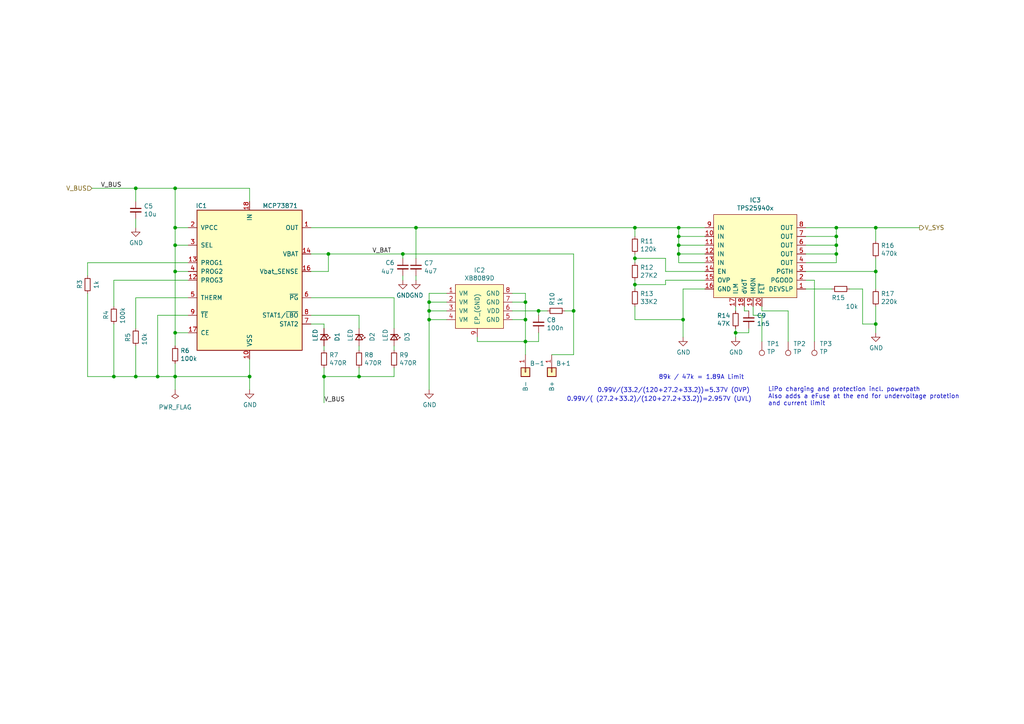
<source format=kicad_sch>
(kicad_sch (version 20211123) (generator eeschema)
  (paper "A4")
  (title_block (title "Raspberry Pi Pico LoRa Node") (company "Cherrytree") (comment 1 "Frank Kirschbaum, Hohenheimer Straße 71A, 70184 Stuttgart") (comment 4 "accu power supply for lora node"))
  (lib_symbols
    (symbol "Battery_Management:MCP73871-1CC" (pin_names (offset 1.016))
      (property "Reference" "U" (at -7.62 24.13 0))
      (property "Value" "MCP73871-1CC" (at -15.24 21.59 0))
      (symbol "MCP73871-1CC_0_1"
        (rectangle (start -15.24 20.32) (end 15.24 -20.32) (stroke (width 0.254)) (fill (type background)))
      )
      (symbol "MCP73871-1CC_1_1"
        (pin power_out line (at 17.78 15.24 180) (length 2.54) (name "OUT") (number "1"))
        (pin power_in line (at 0 -22.86 90) (length 2.54) (name "VSS") (number "10"))
        (pin passive line (at 0 -22.86 90) (length 2.54) hide (name "VSS") (number "11"))
        (pin bidirectional line (at -17.78 0 0) (length 2.54) (name "PROG3") (number "12"))
        (pin bidirectional line (at -17.78 5.08 0) (length 2.54) (name "PROG1") (number "13"))
        (pin power_out line (at 17.78 7.62 180) (length 2.54) (name "VBAT") (number "14"))
        (pin passive line (at 17.78 7.62 180) (length 2.54) hide (name "VBAT") (number "15"))
        (pin input line (at 17.78 2.54 180) (length 2.54) (name "Vbat_SENSE") (number "16"))
        (pin input line (at -17.78 -15.24 0) (length 2.54) (name "CE") (number "17"))
        (pin power_in line (at 0 22.86 270) (length 2.54) (name "IN") (number "18"))
        (pin passive line (at 0 22.86 270) (length 2.54) hide (name "IN") (number "19"))
        (pin input line (at -17.78 15.24 0) (length 2.54) (name "VPCC") (number "2"))
        (pin passive line (at 17.78 15.24 180) (length 2.54) hide (name "OUT") (number "20"))
        (pin passive line (at 0 -22.86 90) (length 2.54) hide (name "VSS") (number "21"))
        (pin input line (at -17.78 10.16 0) (length 2.54) (name "SEL") (number "3"))
        (pin input line (at -17.78 2.54 0) (length 2.54) (name "PROG2") (number "4"))
        (pin bidirectional line (at -17.78 -5.08 0) (length 2.54) (name "THERM") (number "5"))
        (pin open_collector line (at 17.78 -5.08 180) (length 2.54) (name "~{PG}") (number "6"))
        (pin open_collector line (at 17.78 -12.7 180) (length 2.54) (name "STAT2") (number "7"))
        (pin open_collector line (at 17.78 -10.16 180) (length 2.54) (name "STAT1/~{LBO}") (number "8"))
        (pin input line (at -17.78 -10.16 0) (length 2.54) (name "~{TE}") (number "9"))
      )
    )
    (symbol "Connector:TestPoint" (pin_numbers hide) (pin_names (offset 0.762) hide)
      (property "Reference" "TP" (at 0 6.858 0))
      (property "Value" "TestPoint" (at 0 5.08 0))
      (symbol "TestPoint_0_1"
        (circle (center 0 3.302) (radius 0.762))
      )
      (symbol "TestPoint_1_1"
        (pin passive line (at 0 0 90) (length 2.54) (name "1") (number "1"))
      )
    )
    (symbol "Connector_Generic:Conn_01x01" (pin_names (offset 1.016) hide)
      (property "Reference" "J" (at 0 2.54 0))
      (property "Value" "Conn_01x01" (at 0 -2.54 0))
      (symbol "Conn_01x01_1_1"
        (rectangle (start -1.27 0.127) (end 0 -0.127) (stroke (width 0.1524)))
        (rectangle (start -1.27 1.27) (end 1.27 -1.27) (stroke (width 0.254)) (fill (type background)))
        (pin passive line (at -5.08 0 0) (length 3.81) (name "Pin_1") (number "1"))
      )
    )
    (symbol "Device:C_Small" (pin_numbers hide) (pin_names (offset 0.254) hide)
      (property "Reference" "C" (at 0.254 1.778 0))
      (property "Value" "C_Small" (at 0.254 -2.032 0))
      (symbol "C_Small_0_1"
        (polyline (pts (xy -1.524 -0.508) (xy 1.524 -0.508)) (stroke (width 0.3302)))
        (polyline (pts (xy -1.524 0.508) (xy 1.524 0.508)) (stroke (width 0.3048)))
      )
      (symbol "C_Small_1_1"
        (pin passive line (at 0 2.54 270) (length 2.032) (name "~") (number "1"))
        (pin passive line (at 0 -2.54 90) (length 2.032) (name "~") (number "2"))
      )
    )
    (symbol "Device:LED_Small" (pin_numbers hide) (pin_names (offset 0.254) hide)
      (property "Reference" "D" (at -1.27 3.175 0))
      (property "Value" "LED_Small" (at -4.445 -2.54 0))
      (symbol "LED_Small_0_1"
        (polyline (pts (xy -0.762 -1.016) (xy -0.762 1.016)) (stroke (width 0.254)))
        (polyline (pts (xy 1.016 0) (xy -0.762 0)))
        (polyline (pts (xy 0.762 -1.016) (xy -0.762 0) (xy 0.762 1.016) (xy 0.762 -1.016)) (stroke (width 0.254)))
        (polyline (pts (xy 0 0.762) (xy -0.508 1.27) (xy -0.254 1.27) (xy -0.508 1.27) (xy -0.508 1.016)))
        (polyline (pts (xy 0.508 1.27) (xy 0 1.778) (xy 0.254 1.778) (xy 0 1.778) (xy 0 1.524)))
      )
      (symbol "LED_Small_1_1"
        (pin passive line (at -2.54 0 0) (length 1.778) (name "K") (number "1"))
        (pin passive line (at 2.54 0 180) (length 1.778) (name "A") (number "2"))
      )
    )
    (symbol "Device:R_Small" (pin_numbers hide) (pin_names (offset 0.254) hide)
      (property "Reference" "R" (at 0.762 0.508 0))
      (property "Value" "R_Small" (at 0.762 -1.016 0))
      (symbol "R_Small_0_1"
        (rectangle (start -0.762 1.778) (end 0.762 -1.778) (stroke (width 0.2032)))
      )
      (symbol "R_Small_1_1"
        (pin passive line (at 0 2.54 270) (length 0.762) (name "~") (number "1"))
        (pin passive line (at 0 -2.54 90) (length 0.762) (name "~") (number "2"))
      )
    )
    (symbol "TI_TPS25940x:TPS25940x" (pin_names (offset 1.016))
      (property "Reference" "IC" (at 7.62 -7.62 0))
      (property "Value" "TPS25940x" (at -11.43 -7.62 0))
      (symbol "TPS25940x_0_1"
        (rectangle (start -13.97 -8.89) (end 10.16 -33.02) (fill (type background)))
      )
      (symbol "TPS25940x_1_1"
        (pin input line (at -16.51 -11.43 0) (length 2.54) (name "DEVSLP") (number "1"))
        (pin power_in line (at 12.7 -26.67 180) (length 2.54) (name "IN") (number "10"))
        (pin power_in line (at 12.7 -24.13 180) (length 2.54) (name "IN") (number "11"))
        (pin power_in line (at 12.7 -21.59 180) (length 2.54) (name "IN") (number "12"))
        (pin power_in line (at 12.7 -19.05 180) (length 2.54) (name "IN") (number "13"))
        (pin input line (at 12.7 -16.51 180) (length 2.54) (name "EN") (number "14"))
        (pin input line (at 12.7 -13.97 180) (length 2.54) (name "OVP") (number "15"))
        (pin input line (at 12.7 -11.43 180) (length 2.54) (name "GND") (number "16"))
        (pin input line (at 3.81 -6.35 270) (length 2.54) (name "ILM") (number "17"))
        (pin input line (at 1.27 -6.35 270) (length 2.54) (name "dVdT") (number "18"))
        (pin input line (at -1.27 -6.35 270) (length 2.54) (name "IMON") (number "19"))
        (pin output line (at -16.51 -13.97 0) (length 2.54) (name "PGOOD") (number "2"))
        (pin input line (at -3.81 -6.35 270) (length 2.54) (name "~{FLT}") (number "20"))
        (pin input line (at -16.51 -16.51 0) (length 2.54) (name "PGTH") (number "3"))
        (pin power_out line (at -16.51 -19.05 0) (length 2.54) (name "OUT") (number "4"))
        (pin power_out line (at -16.51 -21.59 0) (length 2.54) (name "OUT") (number "5"))
        (pin power_out line (at -16.51 -24.13 0) (length 2.54) (name "OUT") (number "6"))
        (pin power_out line (at -16.51 -26.67 0) (length 2.54) (name "OUT") (number "7"))
        (pin power_out line (at -16.51 -29.21 0) (length 2.54) (name "OUT") (number "8"))
        (pin power_in line (at 12.7 -29.21 180) (length 2.54) (name "IN") (number "9"))
      )
    )
    (symbol "Xysemi:XB8089D" (pin_names (offset 1.016))
      (property "Reference" "IC" (at 6.35 -15.24 0))
      (property "Value" "XB8089D" (at 0 0 0))
      (symbol "XB8089D_0_1"
        (rectangle (start -6.35 -1.27) (end 7.62 -13.97) (fill (type background)))
      )
      (symbol "XB8089D_1_1"
        (pin input line (at -8.89 -3.81 0) (length 2.54) (name "VM") (number "1"))
        (pin input line (at -8.89 -6.35 0) (length 2.54) (name "VM") (number "2"))
        (pin input line (at -8.89 -8.89 0) (length 2.54) (name "VM") (number "3"))
        (pin input line (at -8.89 -11.43 0) (length 2.54) (name "VM") (number "4"))
        (pin input line (at 10.16 -11.43 180) (length 2.54) (name "GND") (number "5"))
        (pin input line (at 10.16 -8.89 180) (length 2.54) (name "VDD") (number "6"))
        (pin input line (at 10.16 -6.35 180) (length 2.54) (name "GND") (number "7"))
        (pin input line (at 10.16 -3.81 180) (length 2.54) (name "GND") (number "8"))
        (pin input line (at 0 -16.51 90) (length 2.54) (name "EP_(GND)") (number "9"))
      )
    )
    (symbol "power:GND" (power) (pin_names (offset 0))
      (property "Value" "GND" (at 0 -3.81 0))
      (symbol "GND_0_1"
        (polyline (pts (xy 0 0) (xy 0 -1.27) (xy 1.27 -1.27) (xy 0 -2.54) (xy -1.27 -1.27) (xy 0 -1.27)))
      )
      (symbol "GND_1_1"
        (pin power_in line (at 0 0 270) (length 0) hide (name "GND") (number "1"))
      )
    )
    (symbol "power:PWR_FLAG" (power) (pin_numbers hide) (pin_names (offset 0) hide)
      (property "Value" "PWR_FLAG" (at 0 3.81 0))
      (symbol "PWR_FLAG_0_0"
        (pin power_out line (at 0 0 90) (length 0) (name "pwr") (number "1"))
      )
      (symbol "PWR_FLAG_0_1"
        (polyline (pts (xy 0 0) (xy 0 1.27) (xy -1.016 1.905) (xy 0 2.54) (xy 1.016 1.905) (xy 0 1.27)))
      )
    )
  )
  (junction (at 124.46 87.63))
  (junction (at 242.57 68.58))
  (junction (at 196.85 71.12))
  (junction (at 196.85 66.04))
  (junction (at 124.46 92.71))
  (junction (at 254 93.98))
  (junction (at 50.8 71.12))
  (junction (at 254 66.04))
  (junction (at 152.4 87.63))
  (junction (at 242.57 66.04))
  (junction (at 72.39 109.22))
  (junction (at 213.36 96.52))
  (junction (at 120.65 66.04))
  (junction (at 95.25 73.66))
  (junction (at 156.21 90.17))
  (junction (at 184.15 82.55))
  (junction (at 152.4 99.06))
  (junction (at 50.8 66.04))
  (junction (at 50.8 109.22))
  (junction (at 39.37 109.22))
  (junction (at 45.72 109.22))
  (junction (at 242.57 73.66))
  (junction (at 93.98 109.22))
  (junction (at 39.37 54.61))
  (junction (at 124.46 90.17))
  (junction (at 152.4 92.71))
  (junction (at 33.02 109.22))
  (junction (at 50.8 96.52))
  (junction (at 116.84 73.66))
  (junction (at 184.15 66.04))
  (junction (at 196.85 68.58))
  (junction (at 50.8 54.61))
  (junction (at 104.14 109.22))
  (junction (at 198.12 92.71))
  (junction (at 50.8 78.74))
  (junction (at 196.85 73.66))
  (junction (at 254 78.74))
  (junction (at 184.15 74.93))
  (junction (at 166.37 90.17))
  (junction (at 242.57 71.12))
  (wire (pts (xy 196.85 76.2) (xy 204.47 76.2)))
  (wire (pts (xy 213.36 96.52) (xy 217.17 96.52)))
  (wire (pts (xy 250.19 83.82) (xy 250.19 93.98)))
  (wire (pts (xy 90.17 73.66) (xy 95.25 73.66)))
  (wire (pts (xy 254 66.04) (xy 254 69.85)))
  (wire (pts (xy 50.8 78.74) (xy 54.61 78.74)))
  (wire (pts (xy 152.4 85.09) (xy 152.4 87.63)))
  (wire (pts (xy 50.8 105.41) (xy 50.8 109.22)))
  (wire (pts (xy 217.17 95.25) (xy 217.17 96.52)))
  (wire (pts (xy 148.59 85.09) (xy 152.4 85.09)))
  (wire (pts (xy 50.8 109.22) (xy 50.8 113.03)))
  (wire (pts (xy 25.4 85.09) (xy 25.4 109.22)))
  (wire (pts (xy 72.39 54.61) (xy 72.39 58.42)))
  (wire (pts (xy 233.68 83.82) (xy 241.3 83.82)))
  (wire (pts (xy 184.15 88.9) (xy 184.15 92.71)))
  (wire (pts (xy 236.22 81.28) (xy 236.22 99.06)))
  (wire (pts (xy 254 78.74) (xy 254 83.82)))
  (wire (pts (xy 184.15 74.93) (xy 184.15 73.66)))
  (wire (pts (xy 156.21 96.52) (xy 156.21 99.06)))
  (wire (pts (xy 184.15 76.2) (xy 184.15 74.93)))
  (wire (pts (xy 50.8 96.52) (xy 54.61 96.52)))
  (wire (pts (xy 198.12 92.71) (xy 198.12 97.79)))
  (wire (pts (xy 33.02 81.28) (xy 33.02 88.9)))
  (wire (pts (xy 204.47 73.66) (xy 196.85 73.66)))
  (wire (pts (xy 104.14 100.33) (xy 104.14 101.6)))
  (wire (pts (xy 50.8 96.52) (xy 50.8 100.33)))
  (wire (pts (xy 90.17 93.98) (xy 93.98 93.98)))
  (wire (pts (xy 220.98 88.9) (xy 220.98 90.17)))
  (wire (pts (xy 204.47 83.82) (xy 198.12 83.82)))
  (wire (pts (xy 184.15 68.58) (xy 184.15 66.04)))
  (wire (pts (xy 242.57 73.66) (xy 242.57 71.12)))
  (wire (pts (xy 242.57 66.04) (xy 254 66.04)))
  (wire (pts (xy 124.46 92.71) (xy 124.46 113.03)))
  (wire (pts (xy 193.04 78.74) (xy 204.47 78.74)))
  (wire (pts (xy 233.68 73.66) (xy 242.57 73.66)))
  (wire (pts (xy 233.68 81.28) (xy 236.22 81.28)))
  (wire (pts (xy 233.68 76.2) (xy 242.57 76.2)))
  (wire (pts (xy 39.37 86.36) (xy 39.37 95.25)))
  (wire (pts (xy 228.6 90.17) (xy 220.98 90.17)))
  (wire (pts (xy 93.98 109.22) (xy 93.98 116.84)))
  (wire (pts (xy 104.14 109.22) (xy 114.3 109.22)))
  (wire (pts (xy 124.46 90.17) (xy 124.46 92.71)))
  (wire (pts (xy 196.85 68.58) (xy 196.85 66.04)))
  (wire (pts (xy 148.59 92.71) (xy 152.4 92.71)))
  (wire (pts (xy 116.84 81.28) (xy 116.84 80.01)))
  (wire (pts (xy 39.37 54.61) (xy 50.8 54.61)))
  (wire (pts (xy 129.54 90.17) (xy 124.46 90.17)))
  (wire (pts (xy 54.61 81.28) (xy 33.02 81.28)))
  (wire (pts (xy 250.19 93.98) (xy 254 93.98)))
  (wire (pts (xy 148.59 90.17) (xy 156.21 90.17)))
  (wire (pts (xy 204.47 68.58) (xy 196.85 68.58)))
  (wire (pts (xy 156.21 90.17) (xy 158.75 90.17)))
  (wire (pts (xy 72.39 54.61) (xy 50.8 54.61)))
  (wire (pts (xy 50.8 109.22) (xy 72.39 109.22)))
  (wire (pts (xy 116.84 73.66) (xy 166.37 73.66)))
  (wire (pts (xy 138.43 97.79) (xy 138.43 99.06)))
  (wire (pts (xy 254 66.04) (xy 266.7 66.04)))
  (wire (pts (xy 93.98 100.33) (xy 93.98 101.6)))
  (wire (pts (xy 233.68 71.12) (xy 242.57 71.12)))
  (wire (pts (xy 196.85 71.12) (xy 196.85 73.66)))
  (wire (pts (xy 196.85 66.04) (xy 204.47 66.04)))
  (wire (pts (xy 218.44 88.9) (xy 218.44 91.44)))
  (wire (pts (xy 45.72 109.22) (xy 50.8 109.22)))
  (wire (pts (xy 152.4 99.06) (xy 152.4 102.87)))
  (wire (pts (xy 184.15 83.82) (xy 184.15 82.55)))
  (wire (pts (xy 116.84 73.66) (xy 116.84 74.93)))
  (wire (pts (xy 193.04 74.93) (xy 193.04 78.74)))
  (wire (pts (xy 95.25 73.66) (xy 95.25 78.74)))
  (wire (pts (xy 193.04 81.28) (xy 204.47 81.28)))
  (wire (pts (xy 213.36 88.9) (xy 213.36 90.17)))
  (wire (pts (xy 220.98 91.44) (xy 220.98 99.06)))
  (wire (pts (xy 184.15 82.55) (xy 193.04 82.55)))
  (wire (pts (xy 152.4 92.71) (xy 152.4 99.06)))
  (wire (pts (xy 218.44 91.44) (xy 220.98 91.44)))
  (wire (pts (xy 90.17 91.44) (xy 104.14 91.44)))
  (wire (pts (xy 120.65 80.01) (xy 120.65 81.28)))
  (wire (pts (xy 26.67 54.61) (xy 39.37 54.61)))
  (wire (pts (xy 93.98 93.98) (xy 93.98 95.25)))
  (wire (pts (xy 204.47 71.12) (xy 196.85 71.12)))
  (wire (pts (xy 242.57 76.2) (xy 242.57 73.66)))
  (wire (pts (xy 215.9 88.9) (xy 215.9 90.17)))
  (wire (pts (xy 33.02 93.98) (xy 33.02 109.22)))
  (wire (pts (xy 33.02 109.22) (xy 39.37 109.22)))
  (wire (pts (xy 196.85 73.66) (xy 196.85 76.2)))
  (wire (pts (xy 54.61 66.04) (xy 50.8 66.04)))
  (wire (pts (xy 148.59 87.63) (xy 152.4 87.63)))
  (wire (pts (xy 184.15 74.93) (xy 193.04 74.93)))
  (wire (pts (xy 90.17 78.74) (xy 95.25 78.74)))
  (wire (pts (xy 25.4 76.2) (xy 54.61 76.2)))
  (wire (pts (xy 166.37 102.87) (xy 166.37 90.17)))
  (wire (pts (xy 104.14 106.68) (xy 104.14 109.22)))
  (wire (pts (xy 160.02 102.87) (xy 166.37 102.87)))
  (wire (pts (xy 228.6 99.06) (xy 228.6 90.17)))
  (wire (pts (xy 254 93.98) (xy 254 96.52)))
  (wire (pts (xy 129.54 92.71) (xy 124.46 92.71)))
  (wire (pts (xy 213.36 95.25) (xy 213.36 96.52)))
  (wire (pts (xy 193.04 82.55) (xy 193.04 81.28)))
  (wire (pts (xy 93.98 106.68) (xy 93.98 109.22)))
  (wire (pts (xy 104.14 91.44) (xy 104.14 95.25)))
  (wire (pts (xy 242.57 71.12) (xy 242.57 68.58)))
  (wire (pts (xy 25.4 76.2) (xy 25.4 80.01)))
  (wire (pts (xy 114.3 106.68) (xy 114.3 109.22)))
  (wire (pts (xy 124.46 85.09) (xy 124.46 87.63)))
  (wire (pts (xy 54.61 86.36) (xy 39.37 86.36)))
  (wire (pts (xy 54.61 91.44) (xy 45.72 91.44)))
  (wire (pts (xy 163.83 90.17) (xy 166.37 90.17)))
  (wire (pts (xy 114.3 100.33) (xy 114.3 101.6)))
  (wire (pts (xy 50.8 71.12) (xy 50.8 78.74)))
  (wire (pts (xy 213.36 96.52) (xy 213.36 97.79)))
  (wire (pts (xy 90.17 86.36) (xy 114.3 86.36)))
  (wire (pts (xy 129.54 85.09) (xy 124.46 85.09)))
  (wire (pts (xy 254 74.93) (xy 254 78.74)))
  (wire (pts (xy 215.9 90.17) (xy 217.17 90.17)))
  (wire (pts (xy 254 88.9) (xy 254 93.98)))
  (wire (pts (xy 184.15 82.55) (xy 184.15 81.28)))
  (wire (pts (xy 120.65 66.04) (xy 120.65 74.93)))
  (wire (pts (xy 114.3 86.36) (xy 114.3 95.25)))
  (wire (pts (xy 233.68 68.58) (xy 242.57 68.58)))
  (wire (pts (xy 233.68 78.74) (xy 254 78.74)))
  (wire (pts (xy 156.21 91.44) (xy 156.21 90.17)))
  (wire (pts (xy 39.37 63.5) (xy 39.37 66.04)))
  (wire (pts (xy 25.4 109.22) (xy 33.02 109.22)))
  (wire (pts (xy 198.12 83.82) (xy 198.12 92.71)))
  (wire (pts (xy 50.8 54.61) (xy 50.8 66.04)))
  (wire (pts (xy 39.37 100.33) (xy 39.37 109.22)))
  (wire (pts (xy 50.8 78.74) (xy 50.8 96.52)))
  (wire (pts (xy 72.39 109.22) (xy 72.39 113.03)))
  (wire (pts (xy 120.65 66.04) (xy 184.15 66.04)))
  (wire (pts (xy 54.61 71.12) (xy 50.8 71.12)))
  (wire (pts (xy 138.43 99.06) (xy 152.4 99.06)))
  (wire (pts (xy 129.54 87.63) (xy 124.46 87.63)))
  (wire (pts (xy 184.15 92.71) (xy 198.12 92.71)))
  (wire (pts (xy 39.37 54.61) (xy 39.37 58.42)))
  (wire (pts (xy 156.21 99.06) (xy 152.4 99.06)))
  (wire (pts (xy 72.39 104.14) (xy 72.39 109.22)))
  (wire (pts (xy 93.98 109.22) (xy 104.14 109.22)))
  (wire (pts (xy 233.68 66.04) (xy 242.57 66.04)))
  (wire (pts (xy 242.57 68.58) (xy 242.57 66.04)))
  (wire (pts (xy 90.17 66.04) (xy 120.65 66.04)))
  (wire (pts (xy 152.4 87.63) (xy 152.4 92.71)))
  (wire (pts (xy 184.15 66.04) (xy 196.85 66.04)))
  (wire (pts (xy 124.46 87.63) (xy 124.46 90.17)))
  (wire (pts (xy 95.25 73.66) (xy 116.84 73.66)))
  (wire (pts (xy 246.38 83.82) (xy 250.19 83.82)))
  (wire (pts (xy 45.72 91.44) (xy 45.72 109.22)))
  (wire (pts (xy 39.37 109.22) (xy 45.72 109.22)))
  (wire (pts (xy 196.85 68.58) (xy 196.85 71.12)))
  (wire (pts (xy 50.8 71.12) (xy 50.8 66.04)))
  (wire (pts (xy 166.37 90.17) (xy 166.37 73.66)))
  (text "89k / 47k = 1.89A Limit" (at 191.008 110.236 0) (effects (font (size 1.27 1.27)) (justify left bottom)))
  (text "LiPo charging and protection incl. powerpath\nAlso adds a eFuse at the end for undervoltage protetion \nand current limit" (at 222.758 117.856 0) (effects (font (size 1.27 1.27)) (justify left bottom)))
  (text "0.99V/(33.2/(120+27.2+33.2))=5.37V (OVP)" (at 173.228 114.046 0) (effects (font (size 1.27 1.27)) (justify left bottom)))
  (text "0.99V/( (27.2+33.2)/(120+27.2+33.2))=2.957V (UVL)" (at 164.338 116.586 0) (effects (font (size 1.27 1.27)) (justify left bottom)))
  (label "V_BAT" (at 107.95 73.66 0))
  (label "V_BUS" (at 93.98 116.84 0))
  (label "V_BUS" (at 29.21 54.61 0))
  (hierarchical_label "V_BUS" (shape input) (at 26.67 54.61 180))
  (hierarchical_label "V_SYS" (shape output) (at 266.7 66.04 0))
  (symbol (lib_id "Device:R_Small") (at 254 86.36 0) (unit 1)
    (property "Reference" "R17" (at 255.4986 85.1916 0) (effects (justify left)))
    (property "Value" "220k" (at 255.4986 87.503 0) (effects (justify left)))
    (property "Footprint" "Resistor_SMD:R_0805_2012Metric_Pad1.20x1.40mm_HandSolder" (effects hide))
  )
  (symbol (lib_id "power:GND") (at 116.84 81.28 0) (unit 1)
    (property "Reference" "#PWR013" (effects hide))
    (property "Value" "GND" (at 116.967 85.6742 0))
  )
  (symbol (lib_id "power:GND") (at 72.39 113.03 0) (unit 1)
    (property "Reference" "#PWR012" (effects hide))
    (property "Value" "GND" (at 72.517 117.4242 0))
  )
  (symbol (lib_id "Device:R_Small") (at 254 72.39 0) (unit 1)
    (property "Reference" "R16" (at 255.4986 71.2216 0) (effects (justify left)))
    (property "Value" "470k" (at 255.4986 73.533 0) (effects (justify left)))
    (property "Footprint" "Resistor_SMD:R_0805_2012Metric_Pad1.20x1.40mm_HandSolder" (effects hide))
  )
  (symbol (lib_id "power:GND") (at 39.37 66.04 0) (unit 1)
    (property "Reference" "#PWR011" (effects hide))
    (property "Value" "GND" (at 39.497 70.4342 0))
  )
  (symbol (lib_id "power:GND") (at 213.36 97.79 0) (unit 1)
    (property "Reference" "#PWR017" (effects hide))
    (property "Value" "GND" (at 213.487 102.1842 0))
  )
  (symbol (lib_id "Device:R_Small") (at 114.3 104.14 0) (unit 1)
    (property "Reference" "R9" (at 115.7986 102.9716 0) (effects (justify left)))
    (property "Value" "470R" (at 115.7986 105.283 0) (effects (justify left)))
    (property "Footprint" "Resistor_SMD:R_0805_2012Metric_Pad1.20x1.40mm_HandSolder" (effects hide))
  )
  (symbol (lib_id "Device:LED_Small") (at 114.3 97.79 270) (unit 1)
    (property "Reference" "D3" (at 118.11 99.06 0) (effects (justify right)))
    (property "Value" "LED" (at 111.76 99.06 0) (effects (justify right)))
    (property "Footprint" "LED_SMD:LED_0805_2012Metric_Pad1.15x1.40mm_HandSolder" (effects hide))
  )
  (symbol (lib_id "Device:R_Small") (at 93.98 104.14 0) (unit 1)
    (property "Reference" "R7" (at 95.4786 102.9716 0) (effects (justify left)))
    (property "Value" "470R" (at 95.4786 105.283 0) (effects (justify left)))
    (property "Footprint" "Resistor_SMD:R_0805_2012Metric_Pad1.20x1.40mm_HandSolder" (effects hide))
  )
  (symbol (lib_id "Device:R_Small") (at 184.15 86.36 0) (unit 1)
    (property "Reference" "R13" (at 185.6486 85.1916 0) (effects (justify left)))
    (property "Value" "33K2" (at 185.6486 87.503 0) (effects (justify left)))
    (property "Footprint" "Resistor_SMD:R_0805_2012Metric_Pad1.20x1.40mm_HandSolder" (effects hide))
  )
  (symbol (lib_id "Xysemi:XB8089D") (at 138.43 81.28 0) (unit 1)
    (property "Reference" "IC2" (at 139.065 78.359 0))
    (property "Value" "XB8089D" (at 139.065 80.6704 0))
    (property "Footprint" "XB8089D:XB8089D" (effects hide))
  )
  (symbol (lib_id "Device:R_Small") (at 161.29 90.17 90) (unit 1)
    (property "Reference" "R10" (at 160.1216 88.6714 0) (effects (justify left)))
    (property "Value" "1k" (at 162.433 88.6714 0) (effects (justify left)))
    (property "Footprint" "Resistor_SMD:R_0805_2012Metric_Pad1.20x1.40mm_HandSolder" (effects hide))
  )
  (symbol (lib_id "Connector_Generic:Conn_01x01") (at 152.4 107.95 270) (unit 1)
    (property "Reference" "B-1" (at 153.67 105.41 90) (effects (justify left)))
    (property "Value" "B-" (at 152.4 110.49 0) (effects (justify left)))
    (property "Footprint" "Connector_Wire:SolderWirePad_1x01_SMD_1x2mm" (effects hide))
  )
  (symbol (lib_id "Device:C_Small") (at 39.37 60.96 0) (unit 1)
    (property "Reference" "C5" (at 41.7068 59.7916 0) (effects (justify left)))
    (property "Value" "10u" (at 41.7068 62.103 0) (effects (justify left)))
    (property "Footprint" "Capacitor_SMD:C_0805_2012Metric_Pad1.18x1.45mm_HandSolder" (effects hide))
  )
  (symbol (lib_id "Connector:TestPoint") (at 220.98 99.06 180) (unit 1)
    (property "Reference" "TP1" (at 222.4532 99.7204 0) (effects (justify right)))
    (property "Value" "TP" (at 222.4532 102.0318 0) (effects (justify right)))
    (property "Footprint" "TestPoint:TestPoint_Pad_D1.0mm" (effects hide))
  )
  (symbol (lib_id "power:GND") (at 124.46 113.03 0) (unit 1)
    (property "Reference" "#PWR015" (effects hide))
    (property "Value" "GND" (at 124.587 117.4242 0))
  )
  (symbol (lib_id "Device:C_Small") (at 156.21 93.98 180) (unit 1)
    (property "Reference" "C8" (at 158.5468 92.8116 0) (effects (justify right)))
    (property "Value" "100n" (at 158.5468 95.123 0) (effects (justify right)))
    (property "Footprint" "Capacitor_SMD:C_0805_2012Metric_Pad1.18x1.45mm_HandSolder" (effects hide))
  )
  (symbol (lib_id "power:GND") (at 198.12 97.79 0) (unit 1)
    (property "Reference" "#PWR016" (effects hide))
    (property "Value" "GND" (at 198.247 102.1842 0))
  )
  (symbol (lib_id "Device:C_Small") (at 116.84 77.47 0) (unit 1)
    (property "Reference" "C6" (at 111.76 76.2 0) (effects (justify left)))
    (property "Value" "4u7" (at 110.49 78.74 0) (effects (justify left)))
    (property "Footprint" "Capacitor_SMD:C_0805_2012Metric_Pad1.18x1.45mm_HandSolder" (effects hide))
  )
  (symbol (lib_id "Device:R_Small") (at 25.4 82.55 0) (unit 1)
    (property "Reference" "R3" (at 23.114 83.82 90) (effects (justify left)))
    (property "Value" "1k" (at 27.94 83.82 90) (effects (justify left)))
    (property "Footprint" "Resistor_SMD:R_0805_2012Metric_Pad1.20x1.40mm_HandSolder" (effects hide))
  )
  (symbol (lib_id "power:GND") (at 254 96.52 0) (unit 1)
    (property "Reference" "#PWR018" (effects hide))
    (property "Value" "GND" (at 254.127 100.9142 0))
  )
  (symbol (lib_id "Device:LED_Small") (at 104.14 97.79 270) (unit 1)
    (property "Reference" "D2" (at 107.95 99.06 0) (effects (justify right)))
    (property "Value" "LED" (at 101.6 99.06 0) (effects (justify right)))
    (property "Footprint" "LED_SMD:LED_0805_2012Metric_Pad1.15x1.40mm_HandSolder" (effects hide))
  )
  (symbol (lib_id "Device:R_Small") (at 184.15 71.12 0) (unit 1)
    (property "Reference" "R11" (at 185.6486 69.9516 0) (effects (justify left)))
    (property "Value" "120k" (at 185.6486 72.263 0) (effects (justify left)))
    (property "Footprint" "Resistor_SMD:R_0805_2012Metric_Pad1.20x1.40mm_HandSolder" (effects hide))
  )
  (symbol (lib_id "Device:R_Small") (at 50.8 102.87 0) (unit 1)
    (property "Reference" "R6" (at 52.2986 101.7016 0) (effects (justify left)))
    (property "Value" "100k" (at 52.2986 104.013 0) (effects (justify left)))
    (property "Footprint" "Resistor_SMD:R_0805_2012Metric_Pad1.20x1.40mm_HandSolder" (effects hide))
  )
  (symbol (lib_id "Device:R_Small") (at 39.37 97.79 0) (mirror y) (unit 1)
    (property "Reference" "R5" (at 37.084 96.52 90) (effects (justify right)))
    (property "Value" "10k" (at 41.91 96.52 90) (effects (justify right)))
    (property "Footprint" "Resistor_SMD:R_0805_2012Metric_Pad1.20x1.40mm_HandSolder" (effects hide))
  )
  (symbol (lib_id "Device:R_Small") (at 184.15 78.74 0) (unit 1)
    (property "Reference" "R12" (at 185.6486 77.5716 0) (effects (justify left)))
    (property "Value" "27K2" (at 185.6486 79.883 0) (effects (justify left)))
    (property "Footprint" "Resistor_SMD:R_0805_2012Metric_Pad1.20x1.40mm_HandSolder" (effects hide))
  )
  (symbol (lib_id "power:GND") (at 120.65 81.28 0) (unit 1)
    (property "Reference" "#PWR014" (effects hide))
    (property "Value" "GND" (at 120.777 85.6742 0))
  )
  (symbol (lib_id "Battery_Management:MCP73871-1CC") (at 72.39 81.28 0) (unit 1)
    (property "Reference" "IC1" (at 58.42 59.69 0))
    (property "Value" "MCP73871" (at 81.28 59.69 0))
    (property "Footprint" "Package_DFN_QFN:QFN-20-1EP_4x4mm_P0.5mm_EP2.5x2.5mm" (effects hide))
    (property "Datasheet" "http://www.mouser.com/ds/2/268/22090a-52174.pdf" (effects hide))
  )
  (symbol (lib_id "power:PWR_FLAG") (at 50.8 113.03 180) (unit 1)
    (property "Reference" "#FLG01" (effects hide))
    (property "Value" "PWR_FLAG" (at 50.8 118.11 0))
  )
  (symbol (lib_id "Connector:TestPoint") (at 228.6 99.06 180) (unit 1)
    (property "Reference" "TP2" (at 230.0732 99.7204 0) (effects (justify right)))
    (property "Value" "TP" (at 230.0732 102.0318 0) (effects (justify right)))
    (property "Footprint" "TestPoint:TestPoint_Pad_D1.0mm" (effects hide))
  )
  (symbol (lib_id "Device:R_Small") (at 243.84 83.82 270) (mirror x) (unit 1)
    (property "Reference" "R15" (at 245.11 86.36 90) (effects (justify right)))
    (property "Value" "10k" (at 248.92 88.9 90) (effects (justify right)))
    (property "Footprint" "Resistor_SMD:R_0805_2012Metric_Pad1.20x1.40mm_HandSolder" (effects hide))
  )
  (symbol (lib_id "Connector:TestPoint") (at 236.22 99.06 180) (unit 1)
    (property "Reference" "TP3" (at 237.6932 99.7204 0) (effects (justify right)))
    (property "Value" "TP" (at 237.6932 102.0318 0) (effects (justify right)))
    (property "Footprint" "TestPoint:TestPoint_Pad_D1.0mm" (effects hide))
  )
  (symbol (lib_id "Device:R_Small") (at 104.14 104.14 0) (unit 1)
    (property "Reference" "R8" (at 105.6386 102.9716 0) (effects (justify left)))
    (property "Value" "470R" (at 105.6386 105.283 0) (effects (justify left)))
    (property "Footprint" "Resistor_SMD:R_0805_2012Metric_Pad1.20x1.40mm_HandSolder" (effects hide))
  )
  (symbol (lib_id "Device:R_Small") (at 33.02 91.44 0) (unit 1)
    (property "Reference" "R4" (at 30.734 92.71 90) (effects (justify left)))
    (property "Value" "100k" (at 35.56 93.98 90) (effects (justify left)))
    (property "Footprint" "Resistor_SMD:R_0805_2012Metric_Pad1.20x1.40mm_HandSolder" (effects hide))
  )
  (symbol (lib_id "Device:C_Small") (at 217.17 92.71 0) (unit 1)
    (property "Reference" "C9" (at 219.5068 91.5416 0) (effects (justify left)))
    (property "Value" "1n5" (at 219.5068 93.853 0) (effects (justify left)))
    (property "Footprint" "Capacitor_SMD:C_0805_2012Metric_Pad1.18x1.45mm_HandSolder" (effects hide))
  )
  (symbol (lib_id "TI_TPS25940x:TPS25940x") (at 217.17 95.25 180) (unit 1)
    (property "Reference" "IC3" (at 219.075 58.039 0))
    (property "Value" "TPS25940x" (at 219.075 60.3504 0))
    (property "Footprint" "TI_WQFN_20_EP_2.8x3.8:TI_WQFN_20_EP" (effects hide))
  )
  (symbol (lib_id "Device:LED_Small") (at 93.98 97.79 270) (unit 1)
    (property "Reference" "D1" (at 97.79 99.06 0) (effects (justify right)))
    (property "Value" "LED" (at 91.44 99.06 0) (effects (justify right)))
    (property "Footprint" "LED_SMD:LED_0805_2012Metric_Pad1.15x1.40mm_HandSolder" (effects hide))
  )
  (symbol (lib_id "Device:R_Small") (at 213.36 92.71 0) (mirror y) (unit 1)
    (property "Reference" "R14" (at 211.8614 91.5416 0) (effects (justify left)))
    (property "Value" "47K" (at 211.8614 93.853 0) (effects (justify left)))
    (property "Footprint" "Resistor_SMD:R_0805_2012Metric_Pad1.20x1.40mm_HandSolder" (effects hide))
  )
  (symbol (lib_id "Connector_Generic:Conn_01x01") (at 160.02 107.95 270) (unit 1)
    (property "Reference" "B+1" (at 161.29 105.41 90) (effects (justify left)))
    (property "Value" "B+" (at 160.02 110.49 0) (effects (justify left)))
    (property "Footprint" "Connector_Wire:SolderWirePad_1x01_SMD_1x2mm" (effects hide))
  )
  (symbol (lib_id "Device:C_Small") (at 120.65 77.47 0) (unit 1)
    (property "Reference" "C7" (at 122.9868 76.3016 0) (effects (justify left)))
    (property "Value" "4u7" (at 122.9868 78.613 0) (effects (justify left)))
    (property "Footprint" "Capacitor_SMD:C_0805_2012Metric_Pad1.18x1.45mm_HandSolder" (effects hide))
  )
)
</source>
